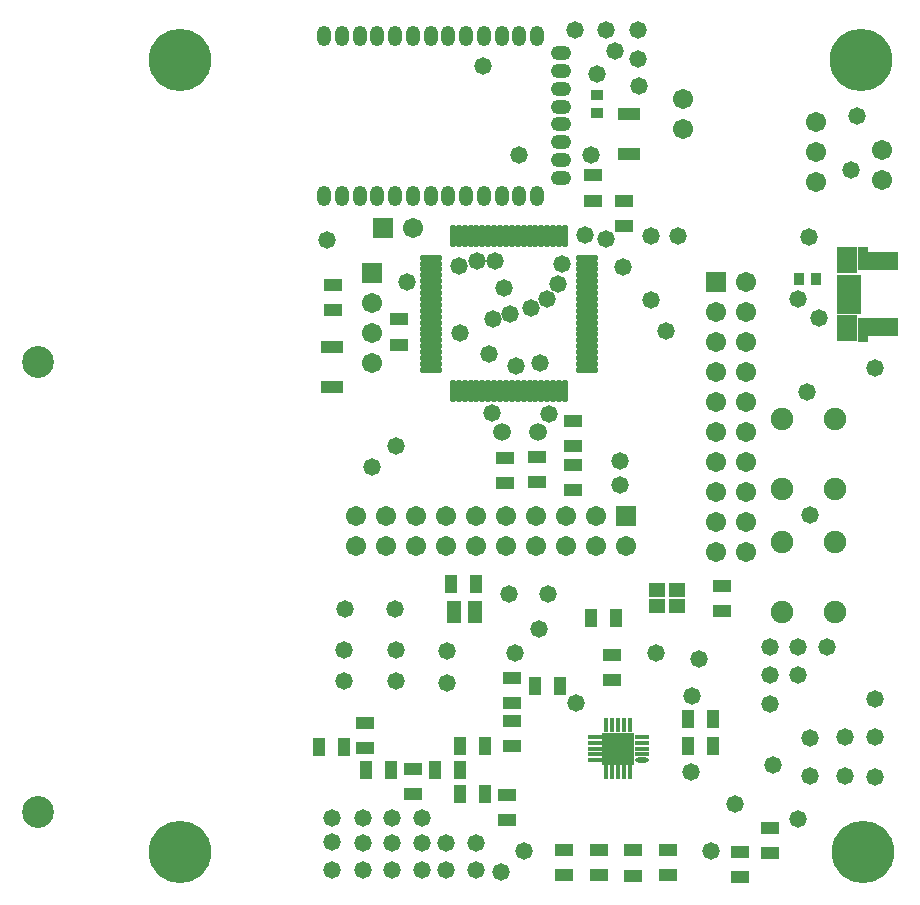
<source format=gts>
%FSLAX25Y25*%
%MOIN*%
G70*
G01*
G75*
G04 Layer_Color=8388736*
%ADD10C,0.01969*%
%ADD11C,0.01000*%
%ADD12R,0.05512X0.03543*%
%ADD13R,0.03543X0.05512*%
%ADD14R,0.04016X0.07008*%
%ADD15R,0.06693X0.03150*%
%ADD16R,0.02756X0.03543*%
%ADD17R,0.05512X0.03150*%
%ADD18O,0.03740X0.00906*%
%ADD19R,0.03740X0.00906*%
%ADD20R,0.00906X0.03740*%
%ADD21R,0.09843X0.09843*%
%ADD22R,0.02756X0.02165*%
%ADD23R,0.12795X0.05118*%
%ADD24R,0.07087X0.01772*%
%ADD25R,0.05709X0.07874*%
%ADD26R,0.03543X0.02756*%
%ADD27R,0.04724X0.04331*%
%ADD28O,0.01181X0.06890*%
%ADD29O,0.06890X0.01181*%
G04:AMPARAMS|DCode=30|XSize=60mil|YSize=40mil|CornerRadius=19.8mil|HoleSize=0mil|Usage=FLASHONLY|Rotation=270.000|XOffset=0mil|YOffset=0mil|HoleType=Round|Shape=RoundedRectangle|*
%AMROUNDEDRECTD30*
21,1,0.06000,0.00040,0,0,270.0*
21,1,0.02040,0.04000,0,0,270.0*
1,1,0.03960,-0.00020,-0.01020*
1,1,0.03960,-0.00020,0.01020*
1,1,0.03960,0.00020,0.01020*
1,1,0.03960,0.00020,-0.01020*
%
%ADD30ROUNDEDRECTD30*%
G04:AMPARAMS|DCode=31|XSize=60mil|YSize=40mil|CornerRadius=19.8mil|HoleSize=0mil|Usage=FLASHONLY|Rotation=180.000|XOffset=0mil|YOffset=0mil|HoleType=Round|Shape=RoundedRectangle|*
%AMROUNDEDRECTD31*
21,1,0.06000,0.00040,0,0,180.0*
21,1,0.02040,0.04000,0,0,180.0*
1,1,0.03960,-0.01020,0.00020*
1,1,0.03960,0.01020,0.00020*
1,1,0.03960,0.01020,-0.00020*
1,1,0.03960,-0.01020,-0.00020*
%
%ADD31ROUNDEDRECTD31*%
%ADD32C,0.00787*%
%ADD33C,0.01500*%
%ADD34C,0.05906*%
%ADD35R,0.05906X0.05906*%
%ADD36C,0.20000*%
%ADD37C,0.20031*%
%ADD38O,0.04724X0.03150*%
%ADD39O,0.05118X0.03150*%
%ADD40C,0.05118*%
%ADD41C,0.09843*%
%ADD42C,0.06693*%
%ADD43R,0.05906X0.05906*%
%ADD44C,0.05000*%
%ADD45C,0.01969*%
%ADD46C,0.04000*%
%ADD47C,0.07543*%
%ADD48C,0.15799*%
%ADD49O,0.08331X0.06756*%
%ADD50O,0.08724X0.06756*%
%ADD51C,0.06756*%
%ADD52C,0.10299*%
%ADD53C,0.08724*%
%ADD54R,0.02362X0.03740*%
%ADD55R,0.07008X0.04016*%
%ADD56R,0.03150X0.05512*%
%ADD57R,0.03740X0.02362*%
%ADD58C,0.00984*%
%ADD59C,0.02362*%
%ADD60C,0.02000*%
%ADD61C,0.00197*%
%ADD62C,0.00394*%
%ADD63C,0.00591*%
%ADD64C,0.01600*%
%ADD65C,0.00500*%
%ADD66R,0.06312X0.04343*%
%ADD67R,0.04343X0.06312*%
%ADD68R,0.04816X0.07808*%
%ADD69R,0.07493X0.03950*%
%ADD70R,0.03556X0.04343*%
%ADD71R,0.06312X0.03950*%
%ADD72O,0.04540X0.01706*%
%ADD73R,0.04540X0.01706*%
%ADD74R,0.01706X0.04540*%
%ADD75R,0.10642X0.10642*%
%ADD76R,0.03556X0.02965*%
%ADD77R,0.13595X0.05918*%
%ADD78R,0.07887X0.02572*%
%ADD79R,0.06509X0.08674*%
%ADD80R,0.04343X0.03556*%
%ADD81R,0.05524X0.05131*%
%ADD82O,0.01981X0.07690*%
%ADD83O,0.07690X0.01981*%
G04:AMPARAMS|DCode=84|XSize=68mil|YSize=48mil|CornerRadius=23.8mil|HoleSize=0mil|Usage=FLASHONLY|Rotation=270.000|XOffset=0mil|YOffset=0mil|HoleType=Round|Shape=RoundedRectangle|*
%AMROUNDEDRECTD84*
21,1,0.06800,0.00040,0,0,270.0*
21,1,0.02040,0.04800,0,0,270.0*
1,1,0.04760,-0.00020,-0.01020*
1,1,0.04760,-0.00020,0.01020*
1,1,0.04760,0.00020,0.01020*
1,1,0.04760,0.00020,-0.01020*
%
%ADD84ROUNDEDRECTD84*%
G04:AMPARAMS|DCode=85|XSize=68mil|YSize=48mil|CornerRadius=23.8mil|HoleSize=0mil|Usage=FLASHONLY|Rotation=180.000|XOffset=0mil|YOffset=0mil|HoleType=Round|Shape=RoundedRectangle|*
%AMROUNDEDRECTD85*
21,1,0.06800,0.00040,0,0,180.0*
21,1,0.02040,0.04800,0,0,180.0*
1,1,0.04760,-0.01020,0.00020*
1,1,0.04760,0.01020,0.00020*
1,1,0.04760,0.01020,-0.00020*
1,1,0.04760,-0.01020,-0.00020*
%
%ADD85ROUNDEDRECTD85*%
%ADD86C,0.06706*%
%ADD87R,0.06706X0.06706*%
%ADD88C,0.20800*%
%ADD89C,0.20832*%
%ADD90O,0.05524X0.03950*%
%ADD91O,0.05918X0.03950*%
%ADD92C,0.05918*%
%ADD93C,0.10642*%
%ADD94C,0.07493*%
%ADD95R,0.06706X0.06706*%
%ADD96C,0.05800*%
%ADD97C,0.02769*%
D66*
X400500Y527866D02*
D03*
Y536134D02*
D03*
X383500Y448134D02*
D03*
Y439866D02*
D03*
X361500Y338134D02*
D03*
Y329866D02*
D03*
X439000Y310866D02*
D03*
Y319134D02*
D03*
X449000Y318866D02*
D03*
Y327134D02*
D03*
X392000Y319634D02*
D03*
Y311366D02*
D03*
X415000Y311390D02*
D03*
Y319657D02*
D03*
X380500Y311390D02*
D03*
Y319657D02*
D03*
X363000Y376996D02*
D03*
Y368728D02*
D03*
X396500Y384657D02*
D03*
Y376390D02*
D03*
X363000Y362634D02*
D03*
Y354366D02*
D03*
X360756Y442004D02*
D03*
Y450272D02*
D03*
X371500Y442366D02*
D03*
Y450634D02*
D03*
X314000Y362134D02*
D03*
Y353866D02*
D03*
X330000Y338366D02*
D03*
Y346634D02*
D03*
X383500Y454366D02*
D03*
Y462634D02*
D03*
X303500Y508000D02*
D03*
Y499732D02*
D03*
X433000Y407634D02*
D03*
Y399366D02*
D03*
D67*
X351134Y408500D02*
D03*
X342866D02*
D03*
X354134Y338500D02*
D03*
X345866D02*
D03*
X354134Y354500D02*
D03*
X345866D02*
D03*
X430134Y363500D02*
D03*
X421866D02*
D03*
X430134Y354500D02*
D03*
X421866D02*
D03*
X337366Y346500D02*
D03*
X345634D02*
D03*
X314366D02*
D03*
X322634D02*
D03*
X307134Y354000D02*
D03*
X298866D02*
D03*
X389366Y397024D02*
D03*
X397634D02*
D03*
X370866Y374524D02*
D03*
X379134D02*
D03*
D68*
X350713Y399000D02*
D03*
X343705D02*
D03*
D69*
X402000Y551807D02*
D03*
Y565193D02*
D03*
X303000Y474114D02*
D03*
Y487500D02*
D03*
D70*
X464453Y510000D02*
D03*
X458547D02*
D03*
D71*
X403500Y311193D02*
D03*
Y319854D02*
D03*
X325500Y496831D02*
D03*
Y488169D02*
D03*
X390000Y544831D02*
D03*
Y536169D02*
D03*
D72*
X406209Y349634D02*
D03*
D73*
Y351602D02*
D03*
Y353571D02*
D03*
Y355539D02*
D03*
Y357508D02*
D03*
X390697D02*
D03*
Y355539D02*
D03*
Y353571D02*
D03*
Y351602D02*
D03*
Y349634D02*
D03*
D74*
X402291Y361346D02*
D03*
X400323D02*
D03*
X398354D02*
D03*
X396386D02*
D03*
X394417D02*
D03*
Y345795D02*
D03*
X396386D02*
D03*
X398354D02*
D03*
X400323D02*
D03*
X402291D02*
D03*
D75*
X398453Y353571D02*
D03*
D76*
X480126Y490433D02*
D03*
Y519567D02*
D03*
D77*
X485146Y493976D02*
D03*
Y516024D02*
D03*
D78*
X475500Y510118D02*
D03*
Y507559D02*
D03*
Y505000D02*
D03*
Y502441D02*
D03*
Y499882D02*
D03*
D79*
X474713Y493583D02*
D03*
Y516417D02*
D03*
D80*
X391500Y571378D02*
D03*
Y565472D02*
D03*
D81*
X411307Y401024D02*
D03*
Y406535D02*
D03*
X418000D02*
D03*
Y401024D02*
D03*
D82*
X343299Y472614D02*
D03*
X345268D02*
D03*
X347236D02*
D03*
X349205D02*
D03*
X351173D02*
D03*
X353142D02*
D03*
X355110D02*
D03*
X357079D02*
D03*
X359047D02*
D03*
X361016D02*
D03*
X362984D02*
D03*
X364953D02*
D03*
X366921D02*
D03*
X368890D02*
D03*
X370858D02*
D03*
X372827D02*
D03*
X374795D02*
D03*
X376764D02*
D03*
X378732D02*
D03*
X380701D02*
D03*
Y524386D02*
D03*
X378732D02*
D03*
X376764D02*
D03*
X374795D02*
D03*
X372827D02*
D03*
X370858D02*
D03*
X368890D02*
D03*
X366921D02*
D03*
X364953D02*
D03*
X362984D02*
D03*
X361016D02*
D03*
X359047D02*
D03*
X357079D02*
D03*
X355110D02*
D03*
X353142D02*
D03*
X351173D02*
D03*
X349205D02*
D03*
X347236D02*
D03*
X345268D02*
D03*
X343299D02*
D03*
D83*
X387886Y479799D02*
D03*
Y481768D02*
D03*
Y483736D02*
D03*
Y485705D02*
D03*
Y487673D02*
D03*
Y489642D02*
D03*
Y491610D02*
D03*
Y493579D02*
D03*
Y495547D02*
D03*
Y497516D02*
D03*
Y499484D02*
D03*
Y501453D02*
D03*
Y503421D02*
D03*
Y505390D02*
D03*
Y507358D02*
D03*
Y509327D02*
D03*
Y511295D02*
D03*
Y513264D02*
D03*
Y515232D02*
D03*
Y517201D02*
D03*
X336114D02*
D03*
Y515232D02*
D03*
Y513264D02*
D03*
Y511295D02*
D03*
Y509327D02*
D03*
Y507358D02*
D03*
Y505390D02*
D03*
Y503421D02*
D03*
Y501453D02*
D03*
Y499484D02*
D03*
Y497516D02*
D03*
Y495547D02*
D03*
Y493579D02*
D03*
Y491610D02*
D03*
Y489642D02*
D03*
Y487673D02*
D03*
Y485705D02*
D03*
Y483736D02*
D03*
Y481768D02*
D03*
Y479799D02*
D03*
D84*
X300492Y591177D02*
D03*
X306392D02*
D03*
X312292D02*
D03*
X318192D02*
D03*
X324092D02*
D03*
X330020D02*
D03*
X335925D02*
D03*
X341831D02*
D03*
X347736D02*
D03*
X353642D02*
D03*
X359547D02*
D03*
X365453D02*
D03*
X371358D02*
D03*
Y537823D02*
D03*
X365453D02*
D03*
X359547D02*
D03*
X353642D02*
D03*
X347736D02*
D03*
X341831D02*
D03*
X335925D02*
D03*
X330020D02*
D03*
X324092D02*
D03*
X318192D02*
D03*
X312292D02*
D03*
X306392D02*
D03*
X300492D02*
D03*
D85*
X379508Y585277D02*
D03*
Y579377D02*
D03*
Y573477D02*
D03*
Y567577D02*
D03*
Y561603D02*
D03*
Y555697D02*
D03*
Y549792D02*
D03*
Y543886D02*
D03*
D86*
X311000Y421000D02*
D03*
Y431000D02*
D03*
X321000Y421000D02*
D03*
Y431000D02*
D03*
X331000Y421000D02*
D03*
Y431000D02*
D03*
X341000Y421000D02*
D03*
Y431000D02*
D03*
X351000Y421000D02*
D03*
Y431000D02*
D03*
X361000Y421000D02*
D03*
Y431000D02*
D03*
X371000Y421000D02*
D03*
Y431000D02*
D03*
X381000Y421000D02*
D03*
Y431000D02*
D03*
X391000Y421000D02*
D03*
Y431000D02*
D03*
X401000Y421000D02*
D03*
X330051Y527154D02*
D03*
X486500Y542921D02*
D03*
Y552921D02*
D03*
X464500Y542500D02*
D03*
Y552500D02*
D03*
Y562500D02*
D03*
X440954Y419000D02*
D03*
X430954D02*
D03*
X440954Y429000D02*
D03*
X430954D02*
D03*
X440954Y439000D02*
D03*
X430954D02*
D03*
X440954Y449000D02*
D03*
X430954D02*
D03*
X440954Y459000D02*
D03*
X430954D02*
D03*
X440954Y469000D02*
D03*
X430954D02*
D03*
X440954Y479000D02*
D03*
X430954D02*
D03*
X440954Y489000D02*
D03*
X430954D02*
D03*
X440954Y499000D02*
D03*
X430954D02*
D03*
X440954Y509000D02*
D03*
X316500Y502000D02*
D03*
Y492000D02*
D03*
Y482000D02*
D03*
X420114Y569924D02*
D03*
Y559925D02*
D03*
D87*
X401000Y431000D02*
D03*
X320051Y527154D02*
D03*
D88*
X480000Y319000D02*
D03*
X252500D02*
D03*
Y583000D02*
D03*
D89*
X479500D02*
D03*
D90*
X474713Y495472D02*
D03*
Y514567D02*
D03*
D91*
X486642Y493976D02*
D03*
Y516063D02*
D03*
D92*
X371766Y459173D02*
D03*
X359562D02*
D03*
D93*
X205000Y332500D02*
D03*
Y482500D02*
D03*
D94*
X470858Y463311D02*
D03*
X453142Y440083D02*
D03*
Y463311D02*
D03*
X470858Y440083D02*
D03*
Y422311D02*
D03*
X453142Y399083D02*
D03*
Y422311D02*
D03*
X470858Y399083D02*
D03*
D95*
X430954Y509000D02*
D03*
X316500Y512000D02*
D03*
D96*
X399000Y449500D02*
D03*
Y441500D02*
D03*
X465500Y497000D02*
D03*
X476000Y546500D02*
D03*
X478000Y564500D02*
D03*
X409500Y524500D02*
D03*
X418500D02*
D03*
X397500Y586000D02*
D03*
X405500Y574500D02*
D03*
X405000Y583500D02*
D03*
X394500Y593000D02*
D03*
X405000D02*
D03*
X384000D02*
D03*
X484000Y480500D02*
D03*
X462500Y357000D02*
D03*
X468000Y387500D02*
D03*
X458500Y378000D02*
D03*
X449000Y368500D02*
D03*
Y378000D02*
D03*
Y387500D02*
D03*
X458500D02*
D03*
X423000Y371000D02*
D03*
X462500Y431500D02*
D03*
X461500Y472500D02*
D03*
X328000Y509000D02*
D03*
X316500Y447500D02*
D03*
X324500Y454500D02*
D03*
X375000Y405000D02*
D03*
X362000D02*
D03*
X462500Y344500D02*
D03*
X474000D02*
D03*
Y357500D02*
D03*
X484000Y344000D02*
D03*
Y357500D02*
D03*
Y370000D02*
D03*
X341500Y386000D02*
D03*
Y375500D02*
D03*
X324500Y376000D02*
D03*
X307000D02*
D03*
Y386500D02*
D03*
X324500D02*
D03*
X324000Y400000D02*
D03*
X307500D02*
D03*
X333000Y330500D02*
D03*
X323000D02*
D03*
X351000Y322000D02*
D03*
X341000D02*
D03*
X333000D02*
D03*
X323000D02*
D03*
X313500D02*
D03*
X303000Y322500D02*
D03*
X359500Y312500D02*
D03*
X351000Y313000D02*
D03*
X341000D02*
D03*
X333000D02*
D03*
X323000D02*
D03*
X313500D02*
D03*
X303000D02*
D03*
X313500Y330500D02*
D03*
X303000D02*
D03*
X372000Y393500D02*
D03*
X422658Y345628D02*
D03*
X384500Y368704D02*
D03*
X425500Y383500D02*
D03*
X400000Y514000D02*
D03*
X411000Y385500D02*
D03*
X367000Y319500D02*
D03*
X429500D02*
D03*
X364000Y385500D02*
D03*
X437500Y335000D02*
D03*
X458500Y330000D02*
D03*
X356500Y465500D02*
D03*
X375500Y465000D02*
D03*
X345684Y492000D02*
D03*
X372500Y482000D02*
D03*
X355500Y485000D02*
D03*
X364500Y481000D02*
D03*
X414500Y492684D02*
D03*
X345500Y514500D02*
D03*
X387527Y524649D02*
D03*
X351500Y516000D02*
D03*
X450000Y348000D02*
D03*
X360500Y507000D02*
D03*
X374735Y503443D02*
D03*
X378500Y508500D02*
D03*
X356575Y496629D02*
D03*
X369431Y500319D02*
D03*
X362500Y498500D02*
D03*
X379843Y515232D02*
D03*
X357500Y516000D02*
D03*
X394500Y523297D02*
D03*
X409500Y503000D02*
D03*
X353297Y581142D02*
D03*
X391500Y578500D02*
D03*
X365500Y551500D02*
D03*
X389500D02*
D03*
X458500Y503500D02*
D03*
X462000Y524000D02*
D03*
X301500Y523000D02*
D03*
D97*
X398354Y353571D02*
D03*
X395500Y356524D02*
D03*
X401524D02*
D03*
X395500Y350500D02*
D03*
X401524D02*
D03*
M02*

</source>
